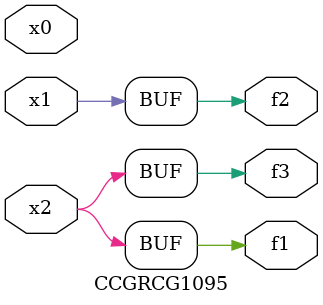
<source format=v>
module CCGRCG1095(
	input x0, x1, x2,
	output f1, f2, f3
);
	assign f1 = x2;
	assign f2 = x1;
	assign f3 = x2;
endmodule

</source>
